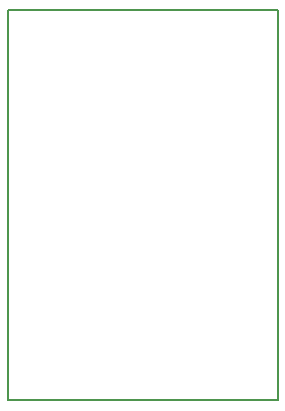
<source format=gm1>
G04 #@! TF.FileFunction,Profile,NP*
%FSLAX46Y46*%
G04 Gerber Fmt 4.6, Leading zero omitted, Abs format (unit mm)*
G04 Created by KiCad (PCBNEW 4.0.0-rc2-stable) date 8/12/2015 5:56:54 PM*
%MOMM*%
G01*
G04 APERTURE LIST*
%ADD10C,0.100000*%
%ADD11C,0.150000*%
G04 APERTURE END LIST*
D10*
D11*
X174625000Y-135255000D02*
X197485000Y-135255000D01*
X174625000Y-135255000D02*
X174625000Y-102235000D01*
X197485000Y-102235000D02*
X197485000Y-135255000D01*
X174625000Y-102235000D02*
X197485000Y-102235000D01*
M02*

</source>
